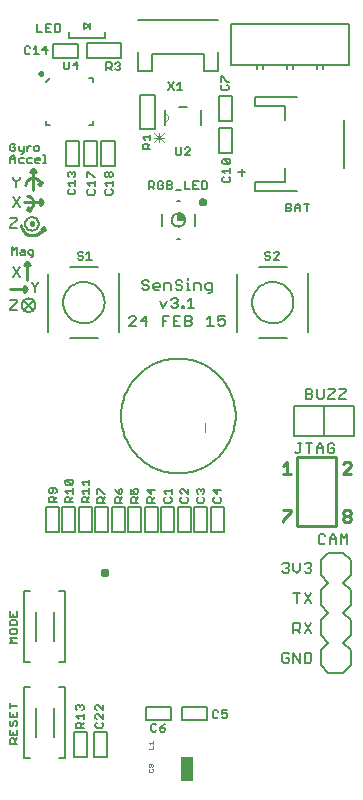
<source format=gto>
G75*
G70*
%OFA0B0*%
%FSLAX24Y24*%
%IPPOS*%
%LPD*%
%AMOC8*
5,1,8,0,0,1.08239X$1,22.5*
%
%ADD10C,0.0100*%
%ADD11C,0.0080*%
%ADD12C,0.0160*%
%ADD13C,0.0050*%
%ADD14C,0.0070*%
%ADD15C,0.0060*%
%ADD16C,0.0000*%
%ADD17C,0.0030*%
%ADD18R,0.0394X0.0787*%
%ADD19C,0.0010*%
%ADD20C,0.0079*%
%ADD21C,0.0040*%
%ADD22C,0.0090*%
D10*
X010200Y009439D02*
X010200Y011739D01*
X011500Y011739D01*
X011500Y009439D01*
X010200Y009439D01*
X001813Y019317D02*
X001673Y019367D01*
X001763Y019417D01*
X001813Y019317D01*
X001763Y019396D02*
X001748Y019360D01*
X001729Y019326D01*
X001707Y019294D01*
X001682Y019264D01*
X001655Y019237D01*
X001624Y019212D01*
X001592Y019191D01*
X001557Y019173D01*
X001521Y019159D01*
X001483Y019148D01*
X001445Y019141D01*
X001406Y019138D01*
X001367Y019139D01*
X001329Y019143D01*
X001290Y019152D01*
X001253Y019164D01*
X001218Y019180D01*
X001184Y019199D01*
X001152Y019221D01*
X001123Y019247D01*
X001096Y019275D01*
X001072Y019306D01*
X001051Y019339D01*
X001034Y019374D01*
X001020Y019410D01*
X001010Y019448D01*
X001004Y019486D01*
X001201Y020003D02*
X001251Y020103D01*
X001301Y019953D01*
X001201Y020003D01*
X001229Y020005D01*
X001257Y020010D01*
X001284Y020019D01*
X001309Y020031D01*
X001333Y020046D01*
X001355Y020064D01*
X001374Y020085D01*
X001391Y020107D01*
X001405Y020132D01*
X001415Y020158D01*
X001422Y020186D01*
X001426Y020214D01*
X001426Y020242D01*
X001422Y020270D01*
X001415Y020298D01*
X001405Y020324D01*
X001391Y020349D01*
X001374Y020371D01*
X001355Y020392D01*
X001333Y020410D01*
X001309Y020425D01*
X001284Y020437D01*
X001257Y020446D01*
X001229Y020451D01*
X001201Y020453D01*
X001101Y020253D02*
X001751Y020253D01*
X001651Y020153D01*
X001651Y020353D01*
X001751Y020253D01*
X001411Y020663D02*
X001411Y021363D01*
X001511Y021263D01*
X001521Y021253D02*
X001301Y021253D01*
X001311Y021263D02*
X001411Y021363D01*
X001571Y020863D02*
X001711Y020913D01*
X001661Y020813D01*
X001571Y020863D01*
X001661Y020813D02*
X001659Y020843D01*
X001654Y020873D01*
X001645Y020902D01*
X001632Y020929D01*
X001617Y020955D01*
X001598Y020979D01*
X001577Y021000D01*
X001553Y021019D01*
X001527Y021034D01*
X001500Y021047D01*
X001471Y021056D01*
X001441Y021061D01*
X001411Y021063D01*
X001381Y021061D01*
X001351Y021056D01*
X001322Y021047D01*
X001295Y021034D01*
X001269Y021019D01*
X001245Y021000D01*
X001224Y020979D01*
X001205Y020955D01*
X001190Y020929D01*
X001177Y020902D01*
X001168Y020873D01*
X001163Y020843D01*
X001161Y020813D01*
X001211Y018263D02*
X001111Y018163D01*
X001101Y018153D02*
X001321Y018153D01*
X001311Y018163D02*
X001211Y018263D01*
X001211Y017663D01*
X001101Y017453D02*
X001101Y017253D01*
X001201Y017353D01*
X001101Y017453D01*
X001201Y017353D02*
X000651Y017353D01*
X001625Y024543D02*
X001627Y024556D01*
X001632Y024569D01*
X001641Y024580D01*
X001652Y024587D01*
X001665Y024592D01*
X001678Y024593D01*
X001692Y024590D01*
X001704Y024584D01*
X001714Y024575D01*
X001721Y024563D01*
X001725Y024550D01*
X001725Y024536D01*
X001721Y024523D01*
X001714Y024511D01*
X001704Y024502D01*
X001692Y024496D01*
X001678Y024493D01*
X001665Y024494D01*
X001652Y024499D01*
X001641Y024506D01*
X001632Y024517D01*
X001627Y024530D01*
X001625Y024543D01*
D11*
X001111Y004090D02*
X001111Y001727D01*
X001308Y001727D01*
X001505Y002436D02*
X001505Y003401D01*
X002095Y003401D02*
X002095Y002416D01*
X002292Y001727D02*
X002489Y001727D01*
X002489Y004090D01*
X002292Y004090D01*
X002292Y004927D02*
X002489Y004927D01*
X002489Y007290D01*
X002292Y007290D01*
X002095Y006581D02*
X002095Y005616D01*
X001505Y005616D02*
X001505Y006601D01*
X001308Y007290D02*
X001111Y007290D01*
X001111Y004927D01*
X001308Y004927D01*
X001308Y004090D02*
X001111Y004090D01*
X002781Y002575D02*
X003219Y002575D01*
X003219Y001742D01*
X002781Y001742D01*
X002781Y002575D01*
X003431Y002575D02*
X003431Y001742D01*
X003869Y001742D01*
X003869Y002575D01*
X003431Y002575D01*
X005184Y002990D02*
X005184Y003427D01*
X006016Y003427D01*
X006016Y002990D01*
X005184Y002990D01*
X006384Y002990D02*
X006384Y003427D01*
X007216Y003427D01*
X007216Y002990D01*
X006384Y002990D01*
X006231Y009242D02*
X006231Y010075D01*
X006669Y010075D01*
X006669Y009242D01*
X006231Y009242D01*
X006119Y009242D02*
X005681Y009242D01*
X005681Y010075D01*
X006119Y010075D01*
X006119Y009242D01*
X005569Y009242D02*
X005131Y009242D01*
X005131Y010075D01*
X005569Y010075D01*
X005569Y009242D01*
X005019Y009242D02*
X004581Y009242D01*
X004581Y010075D01*
X005019Y010075D01*
X005019Y009242D01*
X004469Y009242D02*
X004469Y010075D01*
X004031Y010075D01*
X004031Y009242D01*
X004469Y009242D01*
X003919Y009242D02*
X003481Y009242D01*
X003481Y010075D01*
X003919Y010075D01*
X003919Y009242D01*
X003369Y009242D02*
X002931Y009242D01*
X002931Y010075D01*
X003369Y010075D01*
X003369Y009242D01*
X002819Y009242D02*
X002819Y010075D01*
X002381Y010075D01*
X002381Y009242D01*
X002819Y009242D01*
X002269Y009242D02*
X001831Y009242D01*
X001831Y010075D01*
X002269Y010075D01*
X002269Y009242D01*
X004347Y013120D02*
X004349Y013214D01*
X004356Y013307D01*
X004368Y013400D01*
X004384Y013492D01*
X004404Y013584D01*
X004429Y013674D01*
X004459Y013763D01*
X004492Y013851D01*
X004530Y013936D01*
X004572Y014020D01*
X004619Y014101D01*
X004669Y014181D01*
X004723Y014257D01*
X004780Y014331D01*
X004842Y014402D01*
X004906Y014470D01*
X004974Y014534D01*
X005045Y014596D01*
X005119Y014653D01*
X005195Y014707D01*
X005275Y014757D01*
X005356Y014804D01*
X005440Y014846D01*
X005525Y014884D01*
X005613Y014917D01*
X005702Y014947D01*
X005792Y014972D01*
X005884Y014992D01*
X005976Y015008D01*
X006069Y015020D01*
X006162Y015027D01*
X006256Y015029D01*
X006350Y015027D01*
X006443Y015020D01*
X006536Y015008D01*
X006628Y014992D01*
X006720Y014972D01*
X006810Y014947D01*
X006899Y014917D01*
X006987Y014884D01*
X007072Y014846D01*
X007156Y014804D01*
X007237Y014757D01*
X007317Y014707D01*
X007393Y014653D01*
X007467Y014596D01*
X007538Y014534D01*
X007606Y014470D01*
X007670Y014402D01*
X007732Y014331D01*
X007789Y014257D01*
X007843Y014181D01*
X007893Y014101D01*
X007940Y014020D01*
X007982Y013936D01*
X008020Y013851D01*
X008053Y013763D01*
X008083Y013674D01*
X008108Y013584D01*
X008128Y013492D01*
X008144Y013400D01*
X008156Y013307D01*
X008163Y013214D01*
X008165Y013120D01*
X008163Y013026D01*
X008156Y012933D01*
X008144Y012840D01*
X008128Y012748D01*
X008108Y012656D01*
X008083Y012566D01*
X008053Y012477D01*
X008020Y012389D01*
X007982Y012304D01*
X007940Y012220D01*
X007893Y012139D01*
X007843Y012059D01*
X007789Y011983D01*
X007732Y011909D01*
X007670Y011838D01*
X007606Y011770D01*
X007538Y011706D01*
X007467Y011644D01*
X007393Y011587D01*
X007317Y011533D01*
X007237Y011483D01*
X007156Y011436D01*
X007072Y011394D01*
X006987Y011356D01*
X006899Y011323D01*
X006810Y011293D01*
X006720Y011268D01*
X006628Y011248D01*
X006536Y011232D01*
X006443Y011220D01*
X006350Y011213D01*
X006256Y011211D01*
X006162Y011213D01*
X006069Y011220D01*
X005976Y011232D01*
X005884Y011248D01*
X005792Y011268D01*
X005702Y011293D01*
X005613Y011323D01*
X005525Y011356D01*
X005440Y011394D01*
X005356Y011436D01*
X005275Y011483D01*
X005195Y011533D01*
X005119Y011587D01*
X005045Y011644D01*
X004974Y011706D01*
X004906Y011770D01*
X004842Y011838D01*
X004780Y011909D01*
X004723Y011983D01*
X004669Y012059D01*
X004619Y012139D01*
X004572Y012220D01*
X004530Y012304D01*
X004492Y012389D01*
X004459Y012477D01*
X004429Y012566D01*
X004404Y012656D01*
X004384Y012748D01*
X004368Y012840D01*
X004356Y012933D01*
X004349Y013026D01*
X004347Y013120D01*
X006781Y010075D02*
X007219Y010075D01*
X007219Y009242D01*
X006781Y009242D01*
X006781Y010075D01*
X007331Y010075D02*
X007769Y010075D01*
X007769Y009242D01*
X007331Y009242D01*
X007331Y010075D01*
X001411Y016663D02*
X001111Y016963D01*
X001101Y016963D01*
X001037Y016813D02*
X001039Y016842D01*
X001045Y016871D01*
X001054Y016899D01*
X001067Y016925D01*
X001083Y016949D01*
X001103Y016971D01*
X001125Y016991D01*
X001149Y017007D01*
X001175Y017020D01*
X001203Y017029D01*
X001232Y017035D01*
X001261Y017037D01*
X001290Y017035D01*
X001319Y017029D01*
X001347Y017020D01*
X001373Y017007D01*
X001397Y016991D01*
X001419Y016971D01*
X001439Y016949D01*
X001455Y016925D01*
X001468Y016899D01*
X001477Y016871D01*
X001483Y016842D01*
X001485Y016813D01*
X001483Y016784D01*
X001477Y016755D01*
X001468Y016727D01*
X001455Y016701D01*
X001439Y016677D01*
X001419Y016655D01*
X001397Y016635D01*
X001373Y016619D01*
X001347Y016606D01*
X001319Y016597D01*
X001290Y016591D01*
X001261Y016589D01*
X001232Y016591D01*
X001203Y016597D01*
X001175Y016606D01*
X001149Y016619D01*
X001125Y016635D01*
X001103Y016655D01*
X001083Y016677D01*
X001067Y016701D01*
X001054Y016727D01*
X001045Y016755D01*
X001039Y016784D01*
X001037Y016813D01*
X001111Y016653D02*
X001421Y016963D01*
X000865Y019403D02*
X000651Y019403D01*
X000651Y019456D01*
X000865Y019669D01*
X000865Y019723D01*
X000651Y019723D01*
X000751Y020103D02*
X000965Y020423D01*
X000751Y020423D02*
X000965Y020103D01*
X000858Y020753D02*
X000858Y020913D01*
X000965Y021019D01*
X000965Y021073D01*
X000858Y020913D02*
X000751Y021019D01*
X000751Y021073D01*
X001149Y019527D02*
X001151Y019556D01*
X001157Y019585D01*
X001166Y019613D01*
X001179Y019639D01*
X001195Y019663D01*
X001215Y019685D01*
X001237Y019705D01*
X001261Y019721D01*
X001287Y019734D01*
X001315Y019743D01*
X001344Y019749D01*
X001373Y019751D01*
X001402Y019749D01*
X001431Y019743D01*
X001459Y019734D01*
X001485Y019721D01*
X001509Y019705D01*
X001531Y019685D01*
X001551Y019663D01*
X001567Y019639D01*
X001580Y019613D01*
X001589Y019585D01*
X001595Y019556D01*
X001597Y019527D01*
X001595Y019498D01*
X001589Y019469D01*
X001580Y019441D01*
X001567Y019415D01*
X001551Y019391D01*
X001531Y019369D01*
X001509Y019349D01*
X001485Y019333D01*
X001459Y019320D01*
X001431Y019311D01*
X001402Y019305D01*
X001373Y019303D01*
X001344Y019305D01*
X001315Y019311D01*
X001287Y019320D01*
X001261Y019333D01*
X001237Y019349D01*
X001215Y019369D01*
X001195Y019391D01*
X001179Y019415D01*
X001166Y019441D01*
X001157Y019469D01*
X001151Y019498D01*
X001149Y019527D01*
X002501Y021462D02*
X002939Y021462D01*
X002939Y022295D01*
X002501Y022295D01*
X002501Y021462D01*
X003101Y021462D02*
X003101Y022295D01*
X003539Y022295D01*
X003539Y021462D01*
X003101Y021462D01*
X003691Y021462D02*
X003691Y022295D01*
X004129Y022295D01*
X004129Y021462D01*
X003691Y021462D01*
X003412Y022806D02*
X003274Y022806D01*
X003412Y022806D02*
X003412Y022944D01*
X003412Y024243D02*
X003412Y024381D01*
X003274Y024381D01*
X003205Y025039D02*
X003205Y025539D01*
X004355Y025539D01*
X004355Y025039D01*
X003205Y025039D01*
X002896Y025070D02*
X002064Y025070D01*
X002064Y025507D01*
X002896Y025507D01*
X002896Y025070D01*
X001975Y024381D02*
X001837Y024243D01*
X001837Y022944D02*
X001837Y022806D01*
X001975Y022806D01*
X004980Y022674D02*
X005480Y022674D01*
X005480Y023824D01*
X004980Y023824D01*
X004980Y022674D01*
X004917Y024626D02*
X004917Y025256D01*
X005389Y025177D02*
X005389Y024626D01*
X004917Y024626D01*
X005389Y025177D02*
X007122Y025177D01*
X007122Y024626D01*
X007594Y024626D01*
X007594Y025256D01*
X007594Y026319D02*
X004917Y026319D01*
X007611Y023785D02*
X007611Y022952D01*
X008049Y022952D01*
X008049Y023785D01*
X007611Y023785D01*
X007611Y022715D02*
X008049Y022715D01*
X008049Y021882D01*
X007611Y021882D01*
X007611Y022715D01*
X008827Y023444D02*
X009811Y023444D01*
X009811Y022971D01*
X010205Y023759D02*
X008827Y023759D01*
X008827Y023444D01*
X009811Y021396D02*
X009811Y020924D01*
X008827Y020924D01*
X008827Y020609D01*
X010205Y020609D01*
X011780Y021396D02*
X011780Y022971D01*
X006806Y019856D02*
X006806Y019456D01*
X006296Y019026D02*
X006216Y019026D01*
X005706Y019456D02*
X005706Y019856D01*
X006216Y020286D02*
X006296Y020286D01*
D12*
X007006Y020256D02*
X007008Y020269D01*
X007013Y020282D01*
X007022Y020293D01*
X007033Y020300D01*
X007046Y020305D01*
X007059Y020306D01*
X007073Y020303D01*
X007085Y020297D01*
X007095Y020288D01*
X007102Y020276D01*
X007106Y020263D01*
X007106Y020249D01*
X007102Y020236D01*
X007095Y020224D01*
X007085Y020215D01*
X007073Y020209D01*
X007059Y020206D01*
X007046Y020207D01*
X007033Y020212D01*
X007022Y020219D01*
X007013Y020230D01*
X007008Y020243D01*
X007006Y020256D01*
X001362Y019528D02*
X001364Y019533D01*
X001368Y019537D01*
X001373Y019538D01*
X001379Y019536D01*
X001382Y019531D01*
X001382Y019525D01*
X001379Y019520D01*
X001373Y019518D01*
X001368Y019519D01*
X001364Y019523D01*
X001362Y019528D01*
X003738Y007899D02*
X003740Y007913D01*
X003745Y007927D01*
X003754Y007939D01*
X003765Y007948D01*
X003778Y007954D01*
X003792Y007957D01*
X003807Y007956D01*
X003821Y007951D01*
X003833Y007944D01*
X003843Y007933D01*
X003850Y007920D01*
X003854Y007906D01*
X003854Y007892D01*
X003850Y007878D01*
X003843Y007865D01*
X003833Y007854D01*
X003821Y007847D01*
X003807Y007842D01*
X003792Y007841D01*
X003778Y007844D01*
X003765Y007850D01*
X003754Y007859D01*
X003745Y007871D01*
X003740Y007885D01*
X003738Y007899D01*
D13*
X010100Y012464D02*
X010100Y013464D01*
X011100Y013464D01*
X011100Y012464D01*
X010100Y012464D01*
X011100Y012464D02*
X012100Y012464D01*
X012100Y013464D01*
X011100Y013464D01*
X006476Y019656D02*
X006256Y019656D01*
X006036Y019656D02*
X006038Y019685D01*
X006044Y019714D01*
X006053Y019742D01*
X006067Y019768D01*
X006083Y019792D01*
X006103Y019814D01*
X006126Y019833D01*
X006150Y019849D01*
X006177Y019861D01*
X006205Y019870D01*
X006234Y019875D01*
X006263Y019876D01*
X006293Y019873D01*
X006321Y019866D01*
X006349Y019856D01*
X006374Y019841D01*
X006398Y019824D01*
X006419Y019804D01*
X006437Y019781D01*
X006452Y019755D01*
X006464Y019728D01*
X006472Y019700D01*
X006476Y019671D01*
X006476Y019641D01*
X006472Y019612D01*
X006464Y019584D01*
X006452Y019557D01*
X006437Y019531D01*
X006419Y019508D01*
X006398Y019488D01*
X006374Y019471D01*
X006349Y019456D01*
X006321Y019446D01*
X006293Y019439D01*
X006263Y019436D01*
X006234Y019437D01*
X006205Y019442D01*
X006177Y019451D01*
X006150Y019463D01*
X006126Y019479D01*
X006103Y019498D01*
X006083Y019520D01*
X006067Y019544D01*
X006053Y019570D01*
X006044Y019598D01*
X006038Y019627D01*
X006036Y019656D01*
X006256Y019656D02*
X006256Y019876D01*
X006304Y019871D01*
X006351Y019854D01*
X006393Y019828D01*
X006428Y019793D01*
X006454Y019752D01*
X006470Y019705D01*
X006476Y019656D01*
X006474Y019674D02*
X006256Y019674D01*
X006256Y019722D02*
X006464Y019722D01*
X006442Y019771D02*
X006256Y019771D01*
X006256Y019819D02*
X006402Y019819D01*
X006313Y019868D02*
X006256Y019868D01*
X008000Y024814D02*
X008000Y026192D01*
X011937Y026192D01*
X011937Y024814D01*
X008000Y024814D01*
X008868Y024781D02*
X008868Y024681D01*
X009068Y024681D02*
X009068Y024781D01*
X009868Y024781D02*
X009868Y024681D01*
X010068Y024681D02*
X010068Y024781D01*
X010868Y024781D02*
X010868Y024681D01*
X011068Y024681D02*
X011068Y024781D01*
X003796Y025721D02*
X002612Y025721D01*
X002612Y025918D01*
X003106Y026016D02*
X003106Y026213D01*
X003303Y026115D01*
X003303Y026213D01*
X003303Y026115D02*
X003303Y026016D01*
X003303Y026115D02*
X003106Y026016D01*
X003796Y025918D02*
X003796Y025721D01*
X001565Y022113D02*
X001482Y022113D01*
X001440Y022072D01*
X001440Y021988D01*
X001482Y021947D01*
X001565Y021947D01*
X001607Y021988D01*
X001607Y022072D01*
X001565Y022113D01*
X001335Y022113D02*
X001293Y022113D01*
X001210Y022030D01*
X001210Y021947D02*
X001210Y022113D01*
X001101Y022113D02*
X001101Y021905D01*
X001059Y021863D01*
X001017Y021863D01*
X000975Y021947D02*
X000934Y021988D01*
X000934Y022113D01*
X000824Y022072D02*
X000741Y022072D01*
X000824Y022072D02*
X000824Y021988D01*
X000783Y021947D01*
X000699Y021947D01*
X000657Y021988D01*
X000657Y022155D01*
X000699Y022197D01*
X000783Y022197D01*
X000824Y022155D01*
X000975Y021947D02*
X001101Y021947D01*
X001100Y021724D02*
X000974Y021724D01*
X000933Y021683D01*
X000933Y021599D01*
X000974Y021558D01*
X001100Y021558D01*
X001209Y021599D02*
X001209Y021683D01*
X001251Y021724D01*
X001376Y021724D01*
X001485Y021683D02*
X001485Y021599D01*
X001527Y021558D01*
X001610Y021558D01*
X001652Y021641D02*
X001485Y021641D01*
X001485Y021683D02*
X001527Y021724D01*
X001610Y021724D01*
X001652Y021683D01*
X001652Y021641D01*
X001761Y021558D02*
X001845Y021558D01*
X001803Y021558D02*
X001803Y021808D01*
X001761Y021808D01*
X001376Y021558D02*
X001251Y021558D01*
X001209Y021599D01*
X000823Y021558D02*
X000823Y021724D01*
X000740Y021808D01*
X000656Y021724D01*
X000656Y021558D01*
X000656Y021683D02*
X000823Y021683D01*
X000874Y018747D02*
X000874Y018497D01*
X000984Y018538D02*
X001025Y018580D01*
X001151Y018580D01*
X001151Y018622D02*
X001151Y018497D01*
X001025Y018497D01*
X000984Y018538D01*
X001025Y018663D02*
X001109Y018663D01*
X001151Y018622D01*
X001260Y018622D02*
X001302Y018663D01*
X001427Y018663D01*
X001427Y018455D01*
X001385Y018413D01*
X001343Y018413D01*
X001302Y018497D02*
X001427Y018497D01*
X001302Y018497D02*
X001260Y018538D01*
X001260Y018622D01*
X000874Y018747D02*
X000791Y018663D01*
X000707Y018747D01*
X000707Y018497D01*
D14*
X000746Y018078D02*
X000967Y017748D01*
X000746Y017748D02*
X000967Y018078D01*
X001366Y017598D02*
X001366Y017543D01*
X001477Y017433D01*
X001477Y017268D01*
X001477Y017433D02*
X001587Y017543D01*
X001587Y017598D01*
X000867Y016978D02*
X000867Y016923D01*
X000646Y016703D01*
X000646Y016648D01*
X000867Y016648D01*
X000867Y016978D02*
X000646Y016978D01*
X010135Y011929D02*
X010190Y011874D01*
X010245Y011874D01*
X010300Y011929D01*
X010300Y012204D01*
X010245Y012204D02*
X010355Y012204D01*
X010503Y012204D02*
X010724Y012204D01*
X010613Y012204D02*
X010613Y011874D01*
X010872Y011874D02*
X010872Y012094D01*
X010982Y012204D01*
X011092Y012094D01*
X011092Y011874D01*
X011240Y011929D02*
X011240Y012149D01*
X011295Y012204D01*
X011405Y012204D01*
X011460Y012149D01*
X011460Y012039D02*
X011350Y012039D01*
X011460Y012039D02*
X011460Y011929D01*
X011405Y011874D01*
X011295Y011874D01*
X011240Y011929D01*
X011092Y012039D02*
X010872Y012039D01*
X010930Y013694D02*
X011040Y013694D01*
X011095Y013749D01*
X011095Y014024D01*
X011243Y014024D02*
X011463Y014024D01*
X011463Y013969D01*
X011243Y013749D01*
X011243Y013694D01*
X011463Y013694D01*
X011611Y013694D02*
X011831Y013694D01*
X011611Y013694D02*
X011611Y013749D01*
X011831Y013969D01*
X011831Y014024D01*
X011611Y014024D01*
X010930Y013694D02*
X010875Y013749D01*
X010875Y014024D01*
X010726Y013969D02*
X010726Y013914D01*
X010671Y013859D01*
X010506Y013859D01*
X010506Y013694D02*
X010506Y014024D01*
X010671Y014024D01*
X010726Y013969D01*
X010671Y013859D02*
X010726Y013804D01*
X010726Y013749D01*
X010671Y013694D01*
X010506Y013694D01*
X010985Y009174D02*
X010930Y009119D01*
X010930Y008899D01*
X010985Y008844D01*
X011095Y008844D01*
X011150Y008899D01*
X011298Y008844D02*
X011298Y009064D01*
X011408Y009174D01*
X011519Y009064D01*
X011519Y008844D01*
X011667Y008844D02*
X011667Y009174D01*
X011777Y009064D01*
X011887Y009174D01*
X011887Y008844D01*
X011519Y009009D02*
X011298Y009009D01*
X011150Y009119D02*
X011095Y009174D01*
X010985Y009174D01*
D15*
X011250Y008559D02*
X011750Y008559D01*
X012000Y008309D01*
X012000Y007809D01*
X011750Y007559D01*
X012000Y007309D01*
X012000Y006809D01*
X011750Y006559D01*
X012000Y006309D01*
X012000Y005809D01*
X011750Y005559D01*
X012000Y005309D01*
X012000Y004809D01*
X011750Y004559D01*
X011250Y004559D01*
X011000Y004809D01*
X011000Y005309D01*
X011250Y005559D01*
X011000Y005809D01*
X011000Y006309D01*
X011250Y006559D01*
X011000Y006809D01*
X011000Y007309D01*
X011250Y007559D01*
X011000Y007809D01*
X011000Y008309D01*
X011250Y008559D01*
X010689Y008172D02*
X010689Y008115D01*
X010632Y008059D01*
X010689Y008002D01*
X010689Y007945D01*
X010632Y007889D01*
X010518Y007889D01*
X010462Y007945D01*
X010320Y008002D02*
X010320Y008229D01*
X010462Y008172D02*
X010518Y008229D01*
X010632Y008229D01*
X010689Y008172D01*
X010632Y008059D02*
X010575Y008059D01*
X010320Y008002D02*
X010207Y007889D01*
X010093Y008002D01*
X010093Y008229D01*
X009952Y008172D02*
X009952Y008115D01*
X009895Y008059D01*
X009952Y008002D01*
X009952Y007945D01*
X009895Y007889D01*
X009782Y007889D01*
X009725Y007945D01*
X009838Y008059D02*
X009895Y008059D01*
X009952Y008172D02*
X009895Y008229D01*
X009782Y008229D01*
X009725Y008172D01*
X010093Y007229D02*
X010320Y007229D01*
X010207Y007229D02*
X010207Y006889D01*
X010462Y006889D02*
X010689Y007229D01*
X010462Y007229D02*
X010689Y006889D01*
X010689Y006229D02*
X010462Y005889D01*
X010320Y005889D02*
X010207Y006002D01*
X010264Y006002D02*
X010093Y006002D01*
X010093Y005889D02*
X010093Y006229D01*
X010264Y006229D01*
X010320Y006172D01*
X010320Y006059D01*
X010264Y006002D01*
X010462Y006229D02*
X010689Y005889D01*
X010632Y005229D02*
X010462Y005229D01*
X010462Y004889D01*
X010632Y004889D01*
X010689Y004945D01*
X010689Y005172D01*
X010632Y005229D01*
X010320Y005229D02*
X010320Y004889D01*
X010093Y005229D01*
X010093Y004889D01*
X009952Y004945D02*
X009952Y005059D01*
X009838Y005059D01*
X009725Y005172D02*
X009725Y004945D01*
X009782Y004889D01*
X009895Y004889D01*
X009952Y004945D01*
X009952Y005172D02*
X009895Y005229D01*
X009782Y005229D01*
X009725Y005172D01*
X007873Y003311D02*
X007700Y003311D01*
X007700Y003181D01*
X007786Y003225D01*
X007830Y003225D01*
X007873Y003181D01*
X007873Y003094D01*
X007830Y003051D01*
X007743Y003051D01*
X007700Y003094D01*
X007578Y003094D02*
X007535Y003051D01*
X007448Y003051D01*
X007405Y003094D01*
X007405Y003268D01*
X007448Y003311D01*
X007535Y003311D01*
X007578Y003268D01*
X005823Y002861D02*
X005736Y002818D01*
X005650Y002731D01*
X005780Y002731D01*
X005823Y002688D01*
X005823Y002644D01*
X005780Y002601D01*
X005693Y002601D01*
X005650Y002644D01*
X005650Y002731D01*
X005528Y002644D02*
X005485Y002601D01*
X005398Y002601D01*
X005355Y002644D01*
X005355Y002818D01*
X005398Y002861D01*
X005485Y002861D01*
X005528Y002818D01*
X003753Y002860D02*
X003709Y002903D01*
X003753Y002860D02*
X003753Y002773D01*
X003709Y002730D01*
X003536Y002730D01*
X003492Y002773D01*
X003492Y002860D01*
X003536Y002903D01*
X003536Y003024D02*
X003492Y003068D01*
X003492Y003154D01*
X003536Y003198D01*
X003579Y003198D01*
X003753Y003024D01*
X003753Y003198D01*
X003753Y003319D02*
X003579Y003492D01*
X003536Y003492D01*
X003492Y003449D01*
X003492Y003362D01*
X003536Y003319D01*
X003753Y003319D02*
X003753Y003492D01*
X003103Y003449D02*
X003103Y003362D01*
X003059Y003319D01*
X002972Y003406D02*
X002972Y003449D01*
X003016Y003492D01*
X003059Y003492D01*
X003103Y003449D01*
X002972Y003449D02*
X002929Y003492D01*
X002886Y003492D01*
X002842Y003449D01*
X002842Y003362D01*
X002886Y003319D01*
X002842Y003111D02*
X003103Y003111D01*
X003103Y003024D02*
X003103Y003198D01*
X002929Y003024D02*
X002842Y003111D01*
X002886Y002903D02*
X002842Y002860D01*
X002842Y002730D01*
X003103Y002730D01*
X003016Y002730D02*
X003016Y002860D01*
X002972Y002903D01*
X002886Y002903D01*
X003016Y002816D02*
X003103Y002903D01*
X000890Y002921D02*
X000890Y002835D01*
X000847Y002791D01*
X000760Y002835D02*
X000760Y002921D01*
X000803Y002965D01*
X000847Y002965D01*
X000890Y002921D01*
X000760Y002835D02*
X000717Y002791D01*
X000673Y002791D01*
X000630Y002835D01*
X000630Y002921D01*
X000673Y002965D01*
X000630Y003086D02*
X000890Y003086D01*
X000890Y003259D01*
X000760Y003173D02*
X000760Y003086D01*
X000630Y003086D02*
X000630Y003259D01*
X000630Y003380D02*
X000630Y003554D01*
X000630Y003467D02*
X000890Y003467D01*
X000890Y002670D02*
X000890Y002497D01*
X000630Y002497D01*
X000630Y002670D01*
X000760Y002583D02*
X000760Y002497D01*
X000760Y002375D02*
X000673Y002375D01*
X000630Y002332D01*
X000630Y002202D01*
X000890Y002202D01*
X000803Y002202D02*
X000803Y002332D01*
X000760Y002375D01*
X000803Y002289D02*
X000890Y002375D01*
X000890Y005549D02*
X000630Y005549D01*
X000717Y005636D01*
X000630Y005723D01*
X000890Y005723D01*
X000847Y005844D02*
X000673Y005844D01*
X000630Y005887D01*
X000630Y005974D01*
X000673Y006017D01*
X000847Y006017D01*
X000890Y005974D01*
X000890Y005887D01*
X000847Y005844D01*
X000890Y006139D02*
X000630Y006139D01*
X000630Y006269D01*
X000673Y006312D01*
X000847Y006312D01*
X000890Y006269D01*
X000890Y006139D01*
X000890Y006433D02*
X000630Y006433D01*
X000630Y006607D01*
X000760Y006520D02*
X000760Y006433D01*
X000890Y006433D02*
X000890Y006607D01*
X001942Y010244D02*
X001942Y010374D01*
X001986Y010418D01*
X002072Y010418D01*
X002116Y010374D01*
X002116Y010244D01*
X002203Y010244D02*
X001942Y010244D01*
X002116Y010331D02*
X002203Y010418D01*
X002159Y010539D02*
X002203Y010582D01*
X002203Y010669D01*
X002159Y010712D01*
X001986Y010712D01*
X001942Y010669D01*
X001942Y010582D01*
X001986Y010539D01*
X002029Y010539D01*
X002072Y010582D01*
X002072Y010712D01*
X002482Y010621D02*
X002743Y010621D01*
X002743Y010534D02*
X002743Y010708D01*
X002699Y010829D02*
X002526Y011002D01*
X002699Y011002D01*
X002743Y010959D01*
X002743Y010872D01*
X002699Y010829D01*
X002526Y010829D01*
X002482Y010872D01*
X002482Y010959D01*
X002526Y011002D01*
X002482Y010621D02*
X002569Y010534D01*
X002526Y010413D02*
X002612Y010413D01*
X002656Y010370D01*
X002656Y010240D01*
X002656Y010326D02*
X002743Y010413D01*
X002743Y010240D02*
X002482Y010240D01*
X002482Y010370D01*
X002526Y010413D01*
X003032Y010370D02*
X003076Y010413D01*
X003162Y010413D01*
X003206Y010370D01*
X003206Y010240D01*
X003206Y010326D02*
X003293Y010413D01*
X003293Y010534D02*
X003293Y010708D01*
X003293Y010621D02*
X003032Y010621D01*
X003119Y010534D01*
X003032Y010370D02*
X003032Y010240D01*
X003293Y010240D01*
X003557Y010234D02*
X003557Y010364D01*
X003601Y010407D01*
X003687Y010407D01*
X003731Y010364D01*
X003731Y010234D01*
X003731Y010320D02*
X003817Y010407D01*
X003817Y010528D02*
X003774Y010528D01*
X003601Y010702D01*
X003557Y010702D01*
X003557Y010528D01*
X003557Y010234D02*
X003817Y010234D01*
X004132Y010234D02*
X004132Y010364D01*
X004176Y010408D01*
X004262Y010408D01*
X004306Y010364D01*
X004306Y010234D01*
X004393Y010234D02*
X004132Y010234D01*
X004306Y010321D02*
X004393Y010408D01*
X004349Y010529D02*
X004262Y010529D01*
X004262Y010659D01*
X004306Y010702D01*
X004349Y010702D01*
X004393Y010659D01*
X004393Y010572D01*
X004349Y010529D01*
X004262Y010529D02*
X004176Y010616D01*
X004132Y010702D01*
X004667Y010702D02*
X004667Y010528D01*
X004797Y010528D01*
X004754Y010615D01*
X004754Y010658D01*
X004797Y010702D01*
X004884Y010702D01*
X004927Y010658D01*
X004927Y010572D01*
X004884Y010528D01*
X004927Y010407D02*
X004841Y010320D01*
X004841Y010364D02*
X004841Y010234D01*
X004927Y010234D02*
X004667Y010234D01*
X004667Y010364D01*
X004711Y010407D01*
X004797Y010407D01*
X004841Y010364D01*
X005217Y010364D02*
X005261Y010407D01*
X005347Y010407D01*
X005391Y010364D01*
X005391Y010234D01*
X005391Y010320D02*
X005477Y010407D01*
X005477Y010234D02*
X005217Y010234D01*
X005217Y010364D01*
X005347Y010528D02*
X005217Y010658D01*
X005477Y010658D01*
X005347Y010702D02*
X005347Y010528D01*
X005772Y010616D02*
X006033Y010616D01*
X006033Y010702D02*
X006033Y010529D01*
X005989Y010408D02*
X006033Y010364D01*
X006033Y010278D01*
X005989Y010234D01*
X005816Y010234D01*
X005772Y010278D01*
X005772Y010364D01*
X005816Y010408D01*
X005859Y010529D02*
X005772Y010616D01*
X006322Y010659D02*
X006322Y010572D01*
X006366Y010529D01*
X006366Y010408D02*
X006322Y010364D01*
X006322Y010278D01*
X006366Y010234D01*
X006539Y010234D01*
X006583Y010278D01*
X006583Y010364D01*
X006539Y010408D01*
X006583Y010529D02*
X006409Y010702D01*
X006366Y010702D01*
X006322Y010659D01*
X006583Y010702D02*
X006583Y010529D01*
X006867Y010572D02*
X006867Y010658D01*
X006911Y010702D01*
X006954Y010702D01*
X006997Y010658D01*
X007041Y010702D01*
X007084Y010702D01*
X007127Y010658D01*
X007127Y010572D01*
X007084Y010528D01*
X007084Y010407D02*
X007127Y010364D01*
X007127Y010277D01*
X007084Y010234D01*
X006911Y010234D01*
X006867Y010277D01*
X006867Y010364D01*
X006911Y010407D01*
X006911Y010528D02*
X006867Y010572D01*
X006997Y010615D02*
X006997Y010658D01*
X007422Y010659D02*
X007552Y010529D01*
X007552Y010702D01*
X007422Y010659D02*
X007683Y010659D01*
X007639Y010408D02*
X007683Y010364D01*
X007683Y010278D01*
X007639Y010234D01*
X007466Y010234D01*
X007422Y010278D01*
X007422Y010364D01*
X007466Y010408D01*
X003293Y010829D02*
X003293Y011002D01*
X003293Y010916D02*
X003032Y010916D01*
X003119Y010829D01*
X004628Y016118D02*
X004855Y016344D01*
X004855Y016401D01*
X004798Y016458D01*
X004685Y016458D01*
X004628Y016401D01*
X004628Y016118D02*
X004855Y016118D01*
X004996Y016288D02*
X005223Y016288D01*
X005167Y016118D02*
X005167Y016458D01*
X004996Y016288D01*
X005754Y016718D02*
X005641Y016944D01*
X005868Y016944D02*
X005754Y016718D01*
X005733Y016458D02*
X005960Y016458D01*
X006101Y016458D02*
X006101Y016118D01*
X006328Y016118D01*
X006470Y016118D02*
X006640Y016118D01*
X006697Y016174D01*
X006697Y016231D01*
X006640Y016288D01*
X006470Y016288D01*
X006640Y016288D02*
X006697Y016344D01*
X006697Y016401D01*
X006640Y016458D01*
X006470Y016458D01*
X006470Y016118D01*
X006215Y016288D02*
X006101Y016288D01*
X006101Y016458D02*
X006328Y016458D01*
X006378Y016718D02*
X006434Y016718D01*
X006434Y016774D01*
X006378Y016774D01*
X006378Y016718D01*
X006236Y016774D02*
X006179Y016718D01*
X006066Y016718D01*
X006009Y016774D01*
X006123Y016888D02*
X006179Y016888D01*
X006236Y016831D01*
X006236Y016774D01*
X006179Y016888D02*
X006236Y016944D01*
X006236Y017001D01*
X006179Y017058D01*
X006066Y017058D01*
X006009Y017001D01*
X006021Y017318D02*
X006021Y017488D01*
X005965Y017544D01*
X005794Y017544D01*
X005794Y017318D01*
X005653Y017431D02*
X005426Y017431D01*
X005426Y017374D02*
X005426Y017488D01*
X005483Y017544D01*
X005596Y017544D01*
X005653Y017488D01*
X005653Y017431D01*
X005596Y017318D02*
X005483Y017318D01*
X005426Y017374D01*
X005285Y017374D02*
X005228Y017318D01*
X005115Y017318D01*
X005058Y017374D01*
X005115Y017488D02*
X005228Y017488D01*
X005285Y017431D01*
X005285Y017374D01*
X005115Y017488D02*
X005058Y017544D01*
X005058Y017601D01*
X005115Y017658D01*
X005228Y017658D01*
X005285Y017601D01*
X006163Y017601D02*
X006163Y017544D01*
X006219Y017488D01*
X006333Y017488D01*
X006390Y017431D01*
X006390Y017374D01*
X006333Y017318D01*
X006219Y017318D01*
X006163Y017374D01*
X006163Y017601D02*
X006219Y017658D01*
X006333Y017658D01*
X006390Y017601D01*
X006531Y017544D02*
X006588Y017544D01*
X006588Y017318D01*
X006644Y017318D02*
X006531Y017318D01*
X006777Y017318D02*
X006777Y017544D01*
X006947Y017544D01*
X007003Y017488D01*
X007003Y017318D01*
X007145Y017374D02*
X007202Y017318D01*
X007372Y017318D01*
X007372Y017261D02*
X007372Y017544D01*
X007202Y017544D01*
X007145Y017488D01*
X007145Y017374D01*
X007258Y017204D02*
X007315Y017204D01*
X007372Y017261D01*
X007320Y016458D02*
X007320Y016118D01*
X007433Y016118D02*
X007206Y016118D01*
X007206Y016344D02*
X007320Y016458D01*
X007575Y016458D02*
X007575Y016288D01*
X007688Y016344D01*
X007745Y016344D01*
X007801Y016288D01*
X007801Y016174D01*
X007745Y016118D01*
X007631Y016118D01*
X007575Y016174D01*
X007575Y016458D02*
X007801Y016458D01*
X006789Y016718D02*
X006562Y016718D01*
X006675Y016718D02*
X006675Y017058D01*
X006562Y016944D01*
X006588Y017658D02*
X006588Y017715D01*
X005733Y016458D02*
X005733Y016118D01*
X005733Y016288D02*
X005846Y016288D01*
X003367Y018334D02*
X003194Y018334D01*
X003280Y018334D02*
X003280Y018594D01*
X003194Y018507D01*
X003072Y018551D02*
X003029Y018594D01*
X002942Y018594D01*
X002899Y018551D01*
X002899Y018507D01*
X002942Y018464D01*
X003029Y018464D01*
X003072Y018421D01*
X003072Y018377D01*
X003029Y018334D01*
X002942Y018334D01*
X002899Y018377D01*
X002784Y020504D02*
X002827Y020547D01*
X002827Y020634D01*
X002784Y020677D01*
X002827Y020798D02*
X002827Y020972D01*
X002827Y020885D02*
X002567Y020885D01*
X002654Y020798D01*
X002611Y020677D02*
X002567Y020634D01*
X002567Y020547D01*
X002611Y020504D01*
X002784Y020504D01*
X003212Y020543D02*
X003256Y020500D01*
X003429Y020500D01*
X003473Y020543D01*
X003473Y020630D01*
X003429Y020673D01*
X003473Y020794D02*
X003473Y020968D01*
X003473Y020881D02*
X003212Y020881D01*
X003299Y020794D01*
X003256Y020673D02*
X003212Y020630D01*
X003212Y020543D01*
X003212Y021089D02*
X003212Y021262D01*
X003256Y021262D01*
X003429Y021089D01*
X003473Y021089D01*
X003802Y021132D02*
X003846Y021089D01*
X003889Y021089D01*
X003932Y021132D01*
X003932Y021219D01*
X003976Y021262D01*
X004019Y021262D01*
X004063Y021219D01*
X004063Y021132D01*
X004019Y021089D01*
X003976Y021089D01*
X003932Y021132D01*
X003932Y021219D02*
X003889Y021262D01*
X003846Y021262D01*
X003802Y021219D01*
X003802Y021132D01*
X003802Y020881D02*
X004063Y020881D01*
X004063Y020794D02*
X004063Y020968D01*
X003889Y020794D02*
X003802Y020881D01*
X003846Y020673D02*
X003802Y020630D01*
X003802Y020543D01*
X003846Y020500D01*
X004019Y020500D01*
X004063Y020543D01*
X004063Y020630D01*
X004019Y020673D01*
X002827Y021136D02*
X002784Y021093D01*
X002827Y021136D02*
X002827Y021223D01*
X002784Y021266D01*
X002741Y021266D01*
X002697Y021223D01*
X002697Y021180D01*
X002697Y021223D02*
X002654Y021266D01*
X002611Y021266D01*
X002567Y021223D01*
X002567Y021136D01*
X002611Y021093D01*
X005065Y022029D02*
X005065Y022159D01*
X005108Y022202D01*
X005195Y022202D01*
X005238Y022159D01*
X005238Y022029D01*
X005238Y022115D02*
X005325Y022202D01*
X005325Y022323D02*
X005325Y022497D01*
X005325Y022410D02*
X005065Y022410D01*
X005152Y022323D01*
X005065Y022029D02*
X005325Y022029D01*
X005796Y022828D02*
X005796Y022948D01*
X005796Y023188D01*
X005796Y023308D01*
X006276Y023408D02*
X006536Y023408D01*
X007016Y023308D02*
X007016Y022828D01*
X006605Y022079D02*
X006518Y022079D01*
X006475Y022035D01*
X006353Y022079D02*
X006353Y021862D01*
X006310Y021819D01*
X006223Y021819D01*
X006180Y021862D01*
X006180Y022079D01*
X006475Y021819D02*
X006648Y021992D01*
X006648Y022035D01*
X006605Y022079D01*
X006648Y021819D02*
X006475Y021819D01*
X006464Y020943D02*
X006464Y020683D01*
X006638Y020683D01*
X006759Y020683D02*
X006759Y020943D01*
X006932Y020943D01*
X007054Y020943D02*
X007184Y020943D01*
X007227Y020900D01*
X007227Y020726D01*
X007184Y020683D01*
X007054Y020683D01*
X007054Y020943D01*
X006846Y020813D02*
X006759Y020813D01*
X006759Y020683D02*
X006932Y020683D01*
X006343Y020640D02*
X006170Y020640D01*
X006048Y020726D02*
X006005Y020683D01*
X005875Y020683D01*
X005875Y020943D01*
X006005Y020943D01*
X006048Y020900D01*
X006048Y020856D01*
X006005Y020813D01*
X005875Y020813D01*
X005754Y020813D02*
X005667Y020813D01*
X005754Y020813D02*
X005754Y020726D01*
X005710Y020683D01*
X005624Y020683D01*
X005580Y020726D01*
X005580Y020900D01*
X005624Y020943D01*
X005710Y020943D01*
X005754Y020900D01*
X006005Y020813D02*
X006048Y020770D01*
X006048Y020726D01*
X005459Y020683D02*
X005372Y020770D01*
X005416Y020770D02*
X005286Y020770D01*
X005286Y020683D02*
X005286Y020943D01*
X005416Y020943D01*
X005459Y020900D01*
X005459Y020813D01*
X005416Y020770D01*
X007722Y020963D02*
X007766Y020920D01*
X007939Y020920D01*
X007983Y020963D01*
X007983Y021050D01*
X007939Y021093D01*
X007983Y021214D02*
X007983Y021388D01*
X007983Y021301D02*
X007722Y021301D01*
X007809Y021214D01*
X007766Y021093D02*
X007722Y021050D01*
X007722Y020963D01*
X007766Y021509D02*
X007722Y021552D01*
X007722Y021639D01*
X007766Y021682D01*
X007939Y021509D01*
X007983Y021552D01*
X007983Y021639D01*
X007939Y021682D01*
X007766Y021682D01*
X007766Y021509D02*
X007939Y021509D01*
X008251Y021238D02*
X008478Y021238D01*
X008365Y021351D02*
X008365Y021124D01*
X009855Y020198D02*
X009855Y019937D01*
X009985Y019937D01*
X010028Y019981D01*
X010028Y020024D01*
X009985Y020067D01*
X009855Y020067D01*
X009985Y020067D02*
X010028Y020111D01*
X010028Y020154D01*
X009985Y020198D01*
X009855Y020198D01*
X010149Y020111D02*
X010149Y019937D01*
X010149Y020067D02*
X010323Y020067D01*
X010323Y020111D02*
X010323Y019937D01*
X010323Y020111D02*
X010236Y020198D01*
X010149Y020111D01*
X010444Y020198D02*
X010618Y020198D01*
X010531Y020198D02*
X010531Y019937D01*
X009574Y018593D02*
X009487Y018593D01*
X009444Y018550D01*
X009322Y018550D02*
X009279Y018593D01*
X009192Y018593D01*
X009149Y018550D01*
X009149Y018507D01*
X009192Y018463D01*
X009279Y018463D01*
X009322Y018420D01*
X009322Y018376D01*
X009279Y018333D01*
X009192Y018333D01*
X009149Y018376D01*
X009444Y018333D02*
X009617Y018507D01*
X009617Y018550D01*
X009574Y018593D01*
X009617Y018333D02*
X009444Y018333D01*
X007894Y023974D02*
X007721Y023974D01*
X007677Y024017D01*
X007677Y024104D01*
X007721Y024147D01*
X007677Y024268D02*
X007677Y024442D01*
X007721Y024442D01*
X007894Y024268D01*
X007937Y024268D01*
X007894Y024147D02*
X007937Y024104D01*
X007937Y024017D01*
X007894Y023974D01*
X006394Y023996D02*
X006221Y023996D01*
X006308Y023996D02*
X006308Y024256D01*
X006221Y024169D01*
X006100Y024256D02*
X005926Y023996D01*
X006100Y023996D02*
X005926Y024256D01*
X004328Y024687D02*
X004285Y024644D01*
X004198Y024644D01*
X004155Y024687D01*
X004241Y024774D02*
X004285Y024774D01*
X004328Y024730D01*
X004328Y024687D01*
X004285Y024774D02*
X004328Y024817D01*
X004328Y024860D01*
X004285Y024904D01*
X004198Y024904D01*
X004155Y024860D01*
X004033Y024860D02*
X004033Y024774D01*
X003990Y024730D01*
X003860Y024730D01*
X003860Y024644D02*
X003860Y024904D01*
X003990Y024904D01*
X004033Y024860D01*
X003947Y024730D02*
X004033Y024644D01*
X002908Y024806D02*
X002735Y024806D01*
X002865Y024936D01*
X002865Y024676D01*
X002614Y024719D02*
X002614Y024936D01*
X002440Y024936D02*
X002440Y024719D01*
X002484Y024676D01*
X002570Y024676D01*
X002614Y024719D01*
X001898Y025311D02*
X001724Y025311D01*
X001854Y025441D01*
X001854Y025181D01*
X001603Y025181D02*
X001430Y025181D01*
X001516Y025181D02*
X001516Y025441D01*
X001430Y025355D01*
X001308Y025398D02*
X001265Y025441D01*
X001178Y025441D01*
X001135Y025398D01*
X001135Y025224D01*
X001178Y025181D01*
X001265Y025181D01*
X001308Y025224D01*
X001547Y025923D02*
X001721Y025923D01*
X001842Y025923D02*
X002015Y025923D01*
X002137Y025923D02*
X002137Y026183D01*
X002267Y026183D01*
X002310Y026140D01*
X002310Y025967D01*
X002267Y025923D01*
X002137Y025923D01*
X001929Y026053D02*
X001842Y026053D01*
X001842Y026183D02*
X001842Y025923D01*
X001842Y026183D02*
X002015Y026183D01*
X001547Y026183D02*
X001547Y025923D01*
D16*
X005796Y023188D02*
X005817Y023186D01*
X005837Y023181D01*
X005856Y023172D01*
X005873Y023160D01*
X005888Y023145D01*
X005900Y023128D01*
X005909Y023109D01*
X005914Y023089D01*
X005916Y023068D01*
X005914Y023047D01*
X005909Y023027D01*
X005900Y023008D01*
X005888Y022991D01*
X005873Y022976D01*
X005856Y022964D01*
X005837Y022955D01*
X005817Y022950D01*
X005796Y022948D01*
D17*
X005772Y022557D02*
X005459Y022243D01*
X005615Y022243D02*
X005615Y022557D01*
X005459Y022557D02*
X005772Y022243D01*
X005772Y022400D02*
X005459Y022400D01*
D18*
X006531Y001349D03*
D19*
X005416Y001344D02*
X005390Y001369D01*
X005416Y001344D02*
X005416Y001294D01*
X005390Y001269D01*
X005290Y001269D01*
X005265Y001294D01*
X005265Y001344D01*
X005290Y001369D01*
X005290Y001416D02*
X005315Y001416D01*
X005340Y001441D01*
X005340Y001516D01*
X005290Y001516D02*
X005265Y001491D01*
X005265Y001441D01*
X005290Y001416D01*
X005290Y001516D02*
X005390Y001516D01*
X005416Y001491D01*
X005416Y001441D01*
X005390Y001416D01*
X005416Y002029D02*
X005416Y002129D01*
X005416Y002176D02*
X005416Y002276D01*
X005416Y002226D02*
X005265Y002226D01*
X005315Y002176D01*
X005265Y002029D02*
X005416Y002029D01*
D20*
X003578Y015719D02*
X002633Y015719D01*
X001925Y015916D02*
X001925Y017845D01*
X002633Y018081D02*
X003578Y018081D01*
X004287Y017884D02*
X004287Y015916D01*
X002417Y016900D02*
X002419Y016952D01*
X002425Y017004D01*
X002435Y017055D01*
X002448Y017105D01*
X002466Y017155D01*
X002487Y017202D01*
X002511Y017248D01*
X002540Y017292D01*
X002571Y017334D01*
X002605Y017373D01*
X002642Y017410D01*
X002682Y017443D01*
X002725Y017474D01*
X002769Y017501D01*
X002815Y017525D01*
X002864Y017545D01*
X002913Y017561D01*
X002964Y017574D01*
X003015Y017583D01*
X003067Y017588D01*
X003119Y017589D01*
X003171Y017586D01*
X003223Y017579D01*
X003274Y017568D01*
X003324Y017554D01*
X003373Y017535D01*
X003420Y017513D01*
X003465Y017488D01*
X003509Y017459D01*
X003550Y017427D01*
X003589Y017392D01*
X003624Y017354D01*
X003657Y017313D01*
X003687Y017271D01*
X003713Y017226D01*
X003736Y017179D01*
X003755Y017130D01*
X003771Y017080D01*
X003783Y017030D01*
X003791Y016978D01*
X003795Y016926D01*
X003795Y016874D01*
X003791Y016822D01*
X003783Y016770D01*
X003771Y016720D01*
X003755Y016670D01*
X003736Y016621D01*
X003713Y016574D01*
X003687Y016529D01*
X003657Y016487D01*
X003624Y016446D01*
X003589Y016408D01*
X003550Y016373D01*
X003509Y016341D01*
X003465Y016312D01*
X003420Y016287D01*
X003373Y016265D01*
X003324Y016246D01*
X003274Y016232D01*
X003223Y016221D01*
X003171Y016214D01*
X003119Y016211D01*
X003067Y016212D01*
X003015Y016217D01*
X002964Y016226D01*
X002913Y016239D01*
X002864Y016255D01*
X002815Y016275D01*
X002769Y016299D01*
X002725Y016326D01*
X002682Y016357D01*
X002642Y016390D01*
X002605Y016427D01*
X002571Y016466D01*
X002540Y016508D01*
X002511Y016552D01*
X002487Y016598D01*
X002466Y016645D01*
X002448Y016695D01*
X002435Y016745D01*
X002425Y016796D01*
X002419Y016848D01*
X002417Y016900D01*
X008224Y017845D02*
X008224Y015916D01*
X008933Y015719D02*
X009878Y015719D01*
X010586Y015916D02*
X010586Y017884D01*
X009878Y018081D02*
X008933Y018081D01*
X008716Y016900D02*
X008718Y016952D01*
X008724Y017004D01*
X008734Y017055D01*
X008747Y017105D01*
X008765Y017155D01*
X008786Y017202D01*
X008810Y017248D01*
X008839Y017292D01*
X008870Y017334D01*
X008904Y017373D01*
X008941Y017410D01*
X008981Y017443D01*
X009024Y017474D01*
X009068Y017501D01*
X009114Y017525D01*
X009163Y017545D01*
X009212Y017561D01*
X009263Y017574D01*
X009314Y017583D01*
X009366Y017588D01*
X009418Y017589D01*
X009470Y017586D01*
X009522Y017579D01*
X009573Y017568D01*
X009623Y017554D01*
X009672Y017535D01*
X009719Y017513D01*
X009764Y017488D01*
X009808Y017459D01*
X009849Y017427D01*
X009888Y017392D01*
X009923Y017354D01*
X009956Y017313D01*
X009986Y017271D01*
X010012Y017226D01*
X010035Y017179D01*
X010054Y017130D01*
X010070Y017080D01*
X010082Y017030D01*
X010090Y016978D01*
X010094Y016926D01*
X010094Y016874D01*
X010090Y016822D01*
X010082Y016770D01*
X010070Y016720D01*
X010054Y016670D01*
X010035Y016621D01*
X010012Y016574D01*
X009986Y016529D01*
X009956Y016487D01*
X009923Y016446D01*
X009888Y016408D01*
X009849Y016373D01*
X009808Y016341D01*
X009764Y016312D01*
X009719Y016287D01*
X009672Y016265D01*
X009623Y016246D01*
X009573Y016232D01*
X009522Y016221D01*
X009470Y016214D01*
X009418Y016211D01*
X009366Y016212D01*
X009314Y016217D01*
X009263Y016226D01*
X009212Y016239D01*
X009163Y016255D01*
X009114Y016275D01*
X009068Y016299D01*
X009024Y016326D01*
X008981Y016357D01*
X008941Y016390D01*
X008904Y016427D01*
X008870Y016466D01*
X008839Y016508D01*
X008810Y016552D01*
X008786Y016598D01*
X008765Y016645D01*
X008747Y016695D01*
X008734Y016745D01*
X008724Y016796D01*
X008718Y016848D01*
X008716Y016900D01*
D21*
X007159Y012901D02*
X007159Y012594D01*
D22*
X009745Y011457D02*
X009882Y011594D01*
X009882Y011184D01*
X009745Y011184D02*
X010019Y011184D01*
X010019Y009994D02*
X009745Y009994D01*
X010019Y009994D02*
X010019Y009925D01*
X009745Y009652D01*
X009745Y009584D01*
X011745Y009652D02*
X011813Y009584D01*
X011950Y009584D01*
X012019Y009652D01*
X012019Y009720D01*
X011950Y009789D01*
X011813Y009789D01*
X011745Y009857D01*
X011745Y009925D01*
X011813Y009994D01*
X011950Y009994D01*
X012019Y009925D01*
X012019Y009857D01*
X011950Y009789D01*
X011813Y009789D02*
X011745Y009720D01*
X011745Y009652D01*
X011745Y011184D02*
X012019Y011457D01*
X012019Y011525D01*
X011950Y011594D01*
X011813Y011594D01*
X011745Y011525D01*
X011745Y011184D02*
X012019Y011184D01*
M02*

</source>
